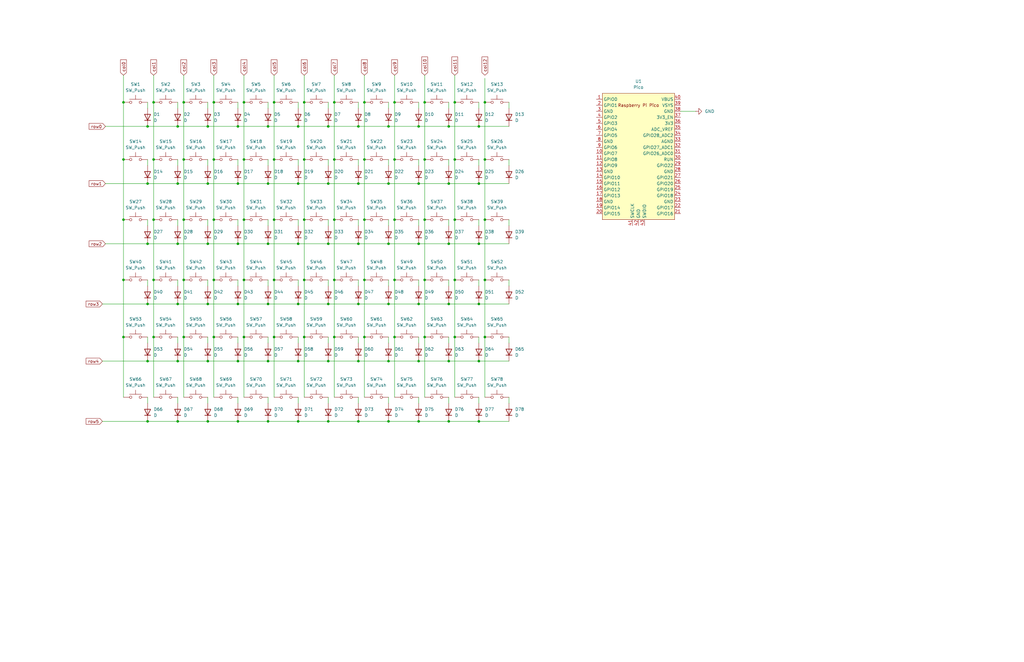
<source format=kicad_sch>
(kicad_sch (version 20231120) (generator "eeschema") (generator_version "8.0")
  (paper "B")
  (junction (at 204.47 67.31))
  (junction (at 77.47 142.24))
  (junction (at 201.93 177.8))
  (junction (at 138.43 177.8))
  (junction (at 189.23 77.47))
  (junction (at 100.33 77.47))
  (junction (at 74.93 152.4))
  (junction (at 90.17 67.31))
  (junction (at 62.23 128.27))
  (junction (at 191.77 142.24))
  (junction (at 176.53 152.4))
  (junction (at 179.07 67.31))
  (junction (at 138.43 128.27))
  (junction (at 153.67 142.24))
  (junction (at 151.13 128.27))
  (junction (at 166.37 92.71))
  (junction (at 87.63 77.47))
  (junction (at 204.47 43.18))
  (junction (at 87.63 152.4))
  (junction (at 138.43 102.87))
  (junction (at 128.27 118.11))
  (junction (at 62.23 152.4))
  (junction (at 113.03 102.87))
  (junction (at 189.23 102.87))
  (junction (at 113.03 53.34))
  (junction (at 153.67 43.18))
  (junction (at 128.27 67.31))
  (junction (at 100.33 102.87))
  (junction (at 115.57 67.31))
  (junction (at 64.77 142.24))
  (junction (at 74.93 53.34))
  (junction (at 125.73 128.27))
  (junction (at 74.93 77.47))
  (junction (at 151.13 177.8))
  (junction (at 189.23 152.4))
  (junction (at 62.23 53.34))
  (junction (at 52.07 43.18))
  (junction (at 115.57 92.71))
  (junction (at 176.53 53.34))
  (junction (at 115.57 142.24))
  (junction (at 189.23 177.8))
  (junction (at 151.13 53.34))
  (junction (at 163.83 53.34))
  (junction (at 62.23 77.47))
  (junction (at 74.93 177.8))
  (junction (at 125.73 77.47))
  (junction (at 201.93 128.27))
  (junction (at 179.07 142.24))
  (junction (at 128.27 142.24))
  (junction (at 52.07 67.31))
  (junction (at 125.73 53.34))
  (junction (at 100.33 152.4))
  (junction (at 153.67 67.31))
  (junction (at 153.67 92.71))
  (junction (at 191.77 118.11))
  (junction (at 87.63 128.27))
  (junction (at 191.77 43.18))
  (junction (at 113.03 128.27))
  (junction (at 176.53 102.87))
  (junction (at 77.47 43.18))
  (junction (at 151.13 102.87))
  (junction (at 90.17 118.11))
  (junction (at 138.43 152.4))
  (junction (at 166.37 142.24))
  (junction (at 77.47 92.71))
  (junction (at 100.33 128.27))
  (junction (at 52.07 92.71))
  (junction (at 153.67 118.11))
  (junction (at 125.73 152.4))
  (junction (at 102.87 118.11))
  (junction (at 102.87 92.71))
  (junction (at 151.13 77.47))
  (junction (at 87.63 177.8))
  (junction (at 64.77 118.11))
  (junction (at 87.63 53.34))
  (junction (at 166.37 43.18))
  (junction (at 140.97 118.11))
  (junction (at 176.53 128.27))
  (junction (at 90.17 92.71))
  (junction (at 64.77 92.71))
  (junction (at 140.97 92.71))
  (junction (at 138.43 77.47))
  (junction (at 166.37 67.31))
  (junction (at 100.33 53.34))
  (junction (at 140.97 43.18))
  (junction (at 201.93 152.4))
  (junction (at 201.93 53.34))
  (junction (at 64.77 43.18))
  (junction (at 128.27 43.18))
  (junction (at 128.27 92.71))
  (junction (at 100.33 177.8))
  (junction (at 113.03 77.47))
  (junction (at 52.07 118.11))
  (junction (at 163.83 152.4))
  (junction (at 163.83 102.87))
  (junction (at 87.63 102.87))
  (junction (at 90.17 43.18))
  (junction (at 204.47 118.11))
  (junction (at 140.97 67.31))
  (junction (at 62.23 177.8))
  (junction (at 74.93 102.87))
  (junction (at 138.43 53.34))
  (junction (at 102.87 43.18))
  (junction (at 201.93 102.87))
  (junction (at 163.83 177.8))
  (junction (at 74.93 128.27))
  (junction (at 191.77 92.71))
  (junction (at 201.93 77.47))
  (junction (at 176.53 77.47))
  (junction (at 151.13 152.4))
  (junction (at 179.07 118.11))
  (junction (at 102.87 67.31))
  (junction (at 140.97 142.24))
  (junction (at 77.47 118.11))
  (junction (at 62.23 102.87))
  (junction (at 64.77 67.31))
  (junction (at 166.37 118.11))
  (junction (at 179.07 92.71))
  (junction (at 102.87 142.24))
  (junction (at 163.83 128.27))
  (junction (at 204.47 142.24))
  (junction (at 52.07 142.24))
  (junction (at 204.47 92.71))
  (junction (at 125.73 177.8))
  (junction (at 77.47 67.31))
  (junction (at 113.03 152.4))
  (junction (at 115.57 118.11))
  (junction (at 179.07 43.18))
  (junction (at 176.53 177.8))
  (junction (at 191.77 67.31))
  (junction (at 115.57 43.18))
  (junction (at 90.17 142.24))
  (junction (at 163.83 77.47))
  (junction (at 125.73 102.87))
  (junction (at 189.23 53.34))
  (junction (at 113.03 177.8))
  (junction (at 189.23 128.27))
  (wire (pts (xy 191.77 142.24) (xy 191.77 167.64)))
  (wire (pts (xy 287.02 46.99) (xy 293.37 46.99)))
  (wire (pts (xy 138.43 167.64) (xy 138.43 170.18)))
  (wire (pts (xy 87.63 128.27) (xy 100.33 128.27)))
  (wire (pts (xy 115.57 31.75) (xy 115.57 43.18)))
  (wire (pts (xy 189.23 118.11) (xy 189.23 120.65)))
  (wire (pts (xy 163.83 43.18) (xy 163.83 45.72)))
  (wire (pts (xy 44.45 102.87) (xy 62.23 102.87)))
  (wire (pts (xy 102.87 67.31) (xy 102.87 92.71)))
  (wire (pts (xy 125.73 77.47) (xy 138.43 77.47)))
  (wire (pts (xy 191.77 31.75) (xy 191.77 43.18)))
  (wire (pts (xy 62.23 53.34) (xy 74.93 53.34)))
  (wire (pts (xy 125.73 92.71) (xy 125.73 95.25)))
  (wire (pts (xy 151.13 67.31) (xy 151.13 69.85)))
  (wire (pts (xy 138.43 142.24) (xy 138.43 144.78)))
  (wire (pts (xy 163.83 67.31) (xy 163.83 69.85)))
  (wire (pts (xy 113.03 167.64) (xy 113.03 170.18)))
  (wire (pts (xy 62.23 167.64) (xy 62.23 170.18)))
  (wire (pts (xy 163.83 77.47) (xy 176.53 77.47)))
  (wire (pts (xy 179.07 31.75) (xy 179.07 43.18)))
  (wire (pts (xy 90.17 43.18) (xy 90.17 67.31)))
  (wire (pts (xy 151.13 167.64) (xy 151.13 170.18)))
  (wire (pts (xy 125.73 118.11) (xy 125.73 120.65)))
  (wire (pts (xy 201.93 152.4) (xy 214.63 152.4)))
  (wire (pts (xy 52.07 31.75) (xy 52.07 43.18)))
  (wire (pts (xy 153.67 43.18) (xy 153.67 67.31)))
  (wire (pts (xy 201.93 67.31) (xy 201.93 69.85)))
  (wire (pts (xy 100.33 43.18) (xy 100.33 45.72)))
  (wire (pts (xy 87.63 167.64) (xy 87.63 170.18)))
  (wire (pts (xy 87.63 152.4) (xy 100.33 152.4)))
  (wire (pts (xy 189.23 152.4) (xy 201.93 152.4)))
  (wire (pts (xy 87.63 53.34) (xy 100.33 53.34)))
  (wire (pts (xy 74.93 152.4) (xy 87.63 152.4)))
  (wire (pts (xy 176.53 142.24) (xy 176.53 144.78)))
  (wire (pts (xy 176.53 167.64) (xy 176.53 170.18)))
  (wire (pts (xy 87.63 177.8) (xy 100.33 177.8)))
  (wire (pts (xy 189.23 167.64) (xy 189.23 170.18)))
  (wire (pts (xy 115.57 142.24) (xy 115.57 167.64)))
  (wire (pts (xy 138.43 53.34) (xy 151.13 53.34)))
  (wire (pts (xy 201.93 177.8) (xy 214.63 177.8)))
  (wire (pts (xy 113.03 128.27) (xy 125.73 128.27)))
  (wire (pts (xy 125.73 67.31) (xy 125.73 69.85)))
  (wire (pts (xy 74.93 128.27) (xy 87.63 128.27)))
  (wire (pts (xy 52.07 142.24) (xy 52.07 167.64)))
  (wire (pts (xy 74.93 92.71) (xy 74.93 95.25)))
  (wire (pts (xy 140.97 67.31) (xy 140.97 92.71)))
  (wire (pts (xy 43.18 128.27) (xy 62.23 128.27)))
  (wire (pts (xy 77.47 142.24) (xy 77.47 167.64)))
  (wire (pts (xy 189.23 177.8) (xy 201.93 177.8)))
  (wire (pts (xy 52.07 92.71) (xy 52.07 118.11)))
  (wire (pts (xy 201.93 142.24) (xy 201.93 144.78)))
  (wire (pts (xy 125.73 43.18) (xy 125.73 45.72)))
  (wire (pts (xy 113.03 77.47) (xy 125.73 77.47)))
  (wire (pts (xy 151.13 118.11) (xy 151.13 120.65)))
  (wire (pts (xy 100.33 152.4) (xy 113.03 152.4)))
  (wire (pts (xy 179.07 118.11) (xy 179.07 142.24)))
  (wire (pts (xy 138.43 152.4) (xy 151.13 152.4)))
  (wire (pts (xy 74.93 118.11) (xy 74.93 120.65)))
  (wire (pts (xy 100.33 92.71) (xy 100.33 95.25)))
  (wire (pts (xy 201.93 167.64) (xy 201.93 170.18)))
  (wire (pts (xy 90.17 92.71) (xy 90.17 118.11)))
  (wire (pts (xy 125.73 142.24) (xy 125.73 144.78)))
  (wire (pts (xy 214.63 67.31) (xy 214.63 69.85)))
  (wire (pts (xy 151.13 53.34) (xy 163.83 53.34)))
  (wire (pts (xy 62.23 118.11) (xy 62.23 120.65)))
  (wire (pts (xy 128.27 92.71) (xy 128.27 118.11)))
  (wire (pts (xy 166.37 92.71) (xy 166.37 118.11)))
  (wire (pts (xy 191.77 118.11) (xy 191.77 142.24)))
  (wire (pts (xy 62.23 128.27) (xy 74.93 128.27)))
  (wire (pts (xy 166.37 142.24) (xy 166.37 167.64)))
  (wire (pts (xy 74.93 177.8) (xy 87.63 177.8)))
  (wire (pts (xy 74.93 102.87) (xy 87.63 102.87)))
  (wire (pts (xy 113.03 177.8) (xy 125.73 177.8)))
  (wire (pts (xy 153.67 142.24) (xy 153.67 167.64)))
  (wire (pts (xy 163.83 167.64) (xy 163.83 170.18)))
  (wire (pts (xy 163.83 177.8) (xy 176.53 177.8)))
  (wire (pts (xy 90.17 118.11) (xy 90.17 142.24)))
  (wire (pts (xy 191.77 67.31) (xy 191.77 92.71)))
  (wire (pts (xy 102.87 92.71) (xy 102.87 118.11)))
  (wire (pts (xy 151.13 128.27) (xy 163.83 128.27)))
  (wire (pts (xy 128.27 67.31) (xy 128.27 92.71)))
  (wire (pts (xy 163.83 152.4) (xy 176.53 152.4)))
  (wire (pts (xy 204.47 43.18) (xy 204.47 67.31)))
  (wire (pts (xy 113.03 92.71) (xy 113.03 95.25)))
  (wire (pts (xy 140.97 142.24) (xy 140.97 167.64)))
  (wire (pts (xy 176.53 152.4) (xy 189.23 152.4)))
  (wire (pts (xy 125.73 177.8) (xy 138.43 177.8)))
  (wire (pts (xy 140.97 118.11) (xy 140.97 142.24)))
  (wire (pts (xy 64.77 67.31) (xy 64.77 92.71)))
  (wire (pts (xy 74.93 53.34) (xy 87.63 53.34)))
  (wire (pts (xy 64.77 31.75) (xy 64.77 43.18)))
  (wire (pts (xy 100.33 67.31) (xy 100.33 69.85)))
  (wire (pts (xy 62.23 92.71) (xy 62.23 95.25)))
  (wire (pts (xy 166.37 31.75) (xy 166.37 43.18)))
  (wire (pts (xy 151.13 142.24) (xy 151.13 144.78)))
  (wire (pts (xy 204.47 118.11) (xy 204.47 142.24)))
  (wire (pts (xy 62.23 177.8) (xy 74.93 177.8)))
  (wire (pts (xy 163.83 53.34) (xy 176.53 53.34)))
  (wire (pts (xy 176.53 177.8) (xy 189.23 177.8)))
  (wire (pts (xy 140.97 92.71) (xy 140.97 118.11)))
  (wire (pts (xy 125.73 152.4) (xy 138.43 152.4)))
  (wire (pts (xy 176.53 77.47) (xy 189.23 77.47)))
  (wire (pts (xy 113.03 102.87) (xy 125.73 102.87)))
  (wire (pts (xy 166.37 67.31) (xy 166.37 92.71)))
  (wire (pts (xy 77.47 118.11) (xy 77.47 142.24)))
  (wire (pts (xy 44.45 77.47) (xy 62.23 77.47)))
  (wire (pts (xy 128.27 142.24) (xy 128.27 167.64)))
  (wire (pts (xy 176.53 43.18) (xy 176.53 45.72)))
  (wire (pts (xy 43.18 177.8) (xy 62.23 177.8)))
  (wire (pts (xy 74.93 167.64) (xy 74.93 170.18)))
  (wire (pts (xy 62.23 152.4) (xy 74.93 152.4)))
  (wire (pts (xy 87.63 118.11) (xy 87.63 120.65)))
  (wire (pts (xy 64.77 92.71) (xy 64.77 118.11)))
  (wire (pts (xy 201.93 92.71) (xy 201.93 95.25)))
  (wire (pts (xy 201.93 77.47) (xy 214.63 77.47)))
  (wire (pts (xy 113.03 152.4) (xy 125.73 152.4)))
  (wire (pts (xy 163.83 102.87) (xy 176.53 102.87)))
  (wire (pts (xy 163.83 92.71) (xy 163.83 95.25)))
  (wire (pts (xy 179.07 43.18) (xy 179.07 67.31)))
  (wire (pts (xy 113.03 43.18) (xy 113.03 45.72)))
  (wire (pts (xy 52.07 118.11) (xy 52.07 142.24)))
  (wire (pts (xy 125.73 102.87) (xy 138.43 102.87)))
  (wire (pts (xy 100.33 128.27) (xy 113.03 128.27)))
  (wire (pts (xy 77.47 31.75) (xy 77.47 43.18)))
  (wire (pts (xy 151.13 102.87) (xy 163.83 102.87)))
  (wire (pts (xy 163.83 128.27) (xy 176.53 128.27)))
  (wire (pts (xy 191.77 92.71) (xy 191.77 118.11)))
  (wire (pts (xy 115.57 118.11) (xy 115.57 142.24)))
  (wire (pts (xy 176.53 92.71) (xy 176.53 95.25)))
  (wire (pts (xy 153.67 118.11) (xy 153.67 142.24)))
  (wire (pts (xy 138.43 67.31) (xy 138.43 69.85)))
  (wire (pts (xy 140.97 31.75) (xy 140.97 43.18)))
  (wire (pts (xy 201.93 43.18) (xy 201.93 45.72)))
  (wire (pts (xy 189.23 77.47) (xy 201.93 77.47)))
  (wire (pts (xy 166.37 43.18) (xy 166.37 67.31)))
  (wire (pts (xy 179.07 67.31) (xy 179.07 92.71)))
  (wire (pts (xy 62.23 67.31) (xy 62.23 69.85)))
  (wire (pts (xy 74.93 67.31) (xy 74.93 69.85)))
  (wire (pts (xy 189.23 67.31) (xy 189.23 69.85)))
  (wire (pts (xy 163.83 118.11) (xy 163.83 120.65)))
  (wire (pts (xy 204.47 67.31) (xy 204.47 92.71)))
  (wire (pts (xy 153.67 31.75) (xy 153.67 43.18)))
  (wire (pts (xy 138.43 128.27) (xy 151.13 128.27)))
  (wire (pts (xy 201.93 53.34) (xy 214.63 53.34)))
  (wire (pts (xy 189.23 92.71) (xy 189.23 95.25)))
  (wire (pts (xy 201.93 102.87) (xy 214.63 102.87)))
  (wire (pts (xy 44.45 53.34) (xy 62.23 53.34)))
  (wire (pts (xy 100.33 118.11) (xy 100.33 120.65)))
  (wire (pts (xy 125.73 128.27) (xy 138.43 128.27)))
  (wire (pts (xy 151.13 177.8) (xy 163.83 177.8)))
  (wire (pts (xy 214.63 92.71) (xy 214.63 95.25)))
  (wire (pts (xy 77.47 67.31) (xy 77.47 92.71)))
  (wire (pts (xy 204.47 142.24) (xy 204.47 167.64)))
  (wire (pts (xy 87.63 77.47) (xy 100.33 77.47)))
  (wire (pts (xy 62.23 43.18) (xy 62.23 45.72)))
  (wire (pts (xy 140.97 43.18) (xy 140.97 67.31)))
  (wire (pts (xy 100.33 167.64) (xy 100.33 170.18)))
  (wire (pts (xy 151.13 43.18) (xy 151.13 45.72)))
  (wire (pts (xy 102.87 118.11) (xy 102.87 142.24)))
  (wire (pts (xy 153.67 92.71) (xy 153.67 118.11)))
  (wire (pts (xy 113.03 67.31) (xy 113.03 69.85)))
  (wire (pts (xy 113.03 53.34) (xy 125.73 53.34)))
  (wire (pts (xy 176.53 67.31) (xy 176.53 69.85)))
  (wire (pts (xy 125.73 167.64) (xy 125.73 170.18)))
  (wire (pts (xy 179.07 92.71) (xy 179.07 118.11)))
  (wire (pts (xy 115.57 92.71) (xy 115.57 118.11)))
  (wire (pts (xy 64.77 142.24) (xy 64.77 167.64)))
  (wire (pts (xy 189.23 43.18) (xy 189.23 45.72)))
  (wire (pts (xy 87.63 67.31) (xy 87.63 69.85)))
  (wire (pts (xy 113.03 142.24) (xy 113.03 144.78)))
  (wire (pts (xy 151.13 152.4) (xy 163.83 152.4)))
  (wire (pts (xy 100.33 77.47) (xy 113.03 77.47)))
  (wire (pts (xy 128.27 118.11) (xy 128.27 142.24)))
  (wire (pts (xy 90.17 67.31) (xy 90.17 92.71)))
  (wire (pts (xy 102.87 142.24) (xy 102.87 167.64)))
  (wire (pts (xy 128.27 31.75) (xy 128.27 43.18)))
  (wire (pts (xy 138.43 177.8) (xy 151.13 177.8)))
  (wire (pts (xy 87.63 43.18) (xy 87.63 45.72)))
  (wire (pts (xy 204.47 33.02) (xy 204.47 43.18)))
  (wire (pts (xy 90.17 142.24) (xy 90.17 167.64)))
  (wire (pts (xy 191.77 43.18) (xy 191.77 67.31)))
  (wire (pts (xy 201.93 118.11) (xy 201.93 120.65)))
  (wire (pts (xy 102.87 31.75) (xy 102.87 43.18)))
  (wire (pts (xy 176.53 53.34) (xy 189.23 53.34)))
  (wire (pts (xy 87.63 102.87) (xy 100.33 102.87)))
  (wire (pts (xy 138.43 77.47) (xy 151.13 77.47)))
  (wire (pts (xy 153.67 67.31) (xy 153.67 92.71)))
  (wire (pts (xy 214.63 142.24) (xy 214.63 144.78)))
  (wire (pts (xy 74.93 43.18) (xy 74.93 45.72)))
  (wire (pts (xy 62.23 77.47) (xy 74.93 77.47)))
  (wire (pts (xy 87.63 142.24) (xy 87.63 144.78)))
  (wire (pts (xy 100.33 177.8) (xy 113.03 177.8)))
  (wire (pts (xy 62.23 142.24) (xy 62.23 144.78)))
  (wire (pts (xy 125.73 53.34) (xy 138.43 53.34)))
  (wire (pts (xy 189.23 102.87) (xy 201.93 102.87)))
  (wire (pts (xy 214.63 118.11) (xy 214.63 120.65)))
  (wire (pts (xy 100.33 102.87) (xy 113.03 102.87)))
  (wire (pts (xy 62.23 102.87) (xy 74.93 102.87)))
  (wire (pts (xy 100.33 53.34) (xy 113.03 53.34)))
  (wire (pts (xy 138.43 102.87) (xy 151.13 102.87)))
  (wire (pts (xy 74.93 142.24) (xy 74.93 144.78)))
  (wire (pts (xy 201.93 128.27) (xy 214.63 128.27)))
  (wire (pts (xy 176.53 102.87) (xy 189.23 102.87)))
  (wire (pts (xy 138.43 118.11) (xy 138.43 120.65)))
  (wire (pts (xy 100.33 142.24) (xy 100.33 144.78)))
  (wire (pts (xy 52.07 67.31) (xy 52.07 92.71)))
  (wire (pts (xy 138.43 43.18) (xy 138.43 45.72)))
  (wire (pts (xy 166.37 118.11) (xy 166.37 142.24)))
  (wire (pts (xy 151.13 77.47) (xy 163.83 77.47)))
  (wire (pts (xy 64.77 43.18) (xy 64.77 67.31)))
  (wire (pts (xy 128.27 43.18) (xy 128.27 67.31)))
  (wire (pts (xy 189.23 128.27) (xy 201.93 128.27)))
  (wire (pts (xy 43.18 152.4) (xy 62.23 152.4)))
  (wire (pts (xy 115.57 67.31) (xy 115.57 92.71)))
  (wire (pts (xy 176.53 118.11) (xy 176.53 120.65)))
  (wire (pts (xy 179.07 142.24) (xy 179.07 167.64)))
  (wire (pts (xy 87.63 92.71) (xy 87.63 95.25)))
  (wire (pts (xy 176.53 128.27) (xy 189.23 128.27)))
  (wire (pts (xy 189.23 53.34) (xy 201.93 53.34)))
  (wire (pts (xy 138.43 92.71) (xy 138.43 95.25)))
  (wire (pts (xy 52.07 43.18) (xy 52.07 67.31)))
  (wire (pts (xy 74.93 77.47) (xy 87.63 77.47)))
  (wire (pts (xy 102.87 43.18) (xy 102.87 67.31)))
  (wire (pts (xy 214.63 43.18) (xy 214.63 45.72)))
  (wire (pts (xy 163.83 142.24) (xy 163.83 144.78)))
  (wire (pts (xy 64.77 118.11) (xy 64.77 142.24)))
  (wire (pts (xy 151.13 92.71) (xy 151.13 95.25)))
  (wire (pts (xy 77.47 92.71) (xy 77.47 118.11)))
  (wire (pts (xy 189.23 142.24) (xy 189.23 144.78)))
  (wire (pts (xy 214.63 167.64) (xy 214.63 170.18)))
  (wire (pts (xy 115.57 43.18) (xy 115.57 67.31)))
  (wire (pts (xy 113.03 118.11) (xy 113.03 120.65)))
  (wire (pts (xy 90.17 31.75) (xy 90.17 43.18)))
  (wire (pts (xy 204.47 92.71) (xy 204.47 118.11)))
  (wire (pts (xy 77.47 43.18) (xy 77.47 67.31)))
  (global_label "col8" (shape input) (at 153.67 31.75 90) (property "Intersheetrefs" "${INTERSHEET_REFS}" (effects (hide yes))))
  (global_label "col11" (shape input) (at 191.77 31.75 90) (property "Intersheetrefs" "${INTERSHEET_REFS}" (effects (hide yes))))
  (global_label "row0" (shape input) (at 44.45 53.34 180) (property "Intersheetrefs" "${INTERSHEET_REFS}" (effects (hide yes))))
  (global_label "col10" (shape input) (at 179.07 31.75 90) (property "Intersheetrefs" "${INTERSHEET_REFS}" (effects (hide yes))))
  (global_label "col12" (shape input) (at 204.47 31.75 90) (property "Intersheetrefs" "${INTERSHEET_REFS}" (effects (hide yes))))
  (global_label "col9" (shape input) (at 166.37 31.75 90) (property "Intersheetrefs" "${INTERSHEET_REFS}" (effects (hide yes))))
  (global_label "row4" (shape input) (at 43.18 152.4 180) (property "Intersheetrefs" "${INTERSHEET_REFS}" (effects (hide yes))))
  (global_label "row2" (shape input) (at 44.45 102.87 180) (property "Intersheetrefs" "${INTERSHEET_REFS}" (effects (hide yes))))
  (global_label "col1" (shape input) (at 64.77 31.75 90) (property "Intersheetrefs" "${INTERSHEET_REFS}" (effects (hide yes))))
  (global_label "col6" (shape input) (at 128.27 31.75 90) (property "Intersheetrefs" "${INTERSHEET_REFS}" (effects (hide yes))))
  (global_label "row5" (shape input) (at 43.18 177.8 180) (property "Intersheetrefs" "${INTERSHEET_REFS}" (effects (hide yes))))
  (global_label "col3" (shape input) (at 90.17 31.75 90) (property "Intersheetrefs" "${INTERSHEET_REFS}" (effects (hide yes))))
  (global_label "col5" (shape input) (at 115.57 31.75 90) (property "Intersheetrefs" "${INTERSHEET_REFS}" (effects (hide yes))))
  (global_label "col4" (shape input) (at 102.87 31.75 90) (property "Intersheetrefs" "${INTERSHEET_REFS}" (effects (hide yes))))
  (global_label "col7" (shape input) (at 140.97 31.75 90) (property "Intersheetrefs" "${INTERSHEET_REFS}" (effects (hide yes))))
  (global_label "col2" (shape input) (at 77.47 31.75 90) (property "Intersheetrefs" "${INTERSHEET_REFS}" (effects (hide yes))))
  (global_label "col0" (shape input) (at 52.07 31.75 90) (property "Intersheetrefs" "${INTERSHEET_REFS}" (effects (hide yes))))
  (global_label "row3" (shape input) (at 43.18 128.27 180) (property "Intersheetrefs" "${INTERSHEET_REFS}" (effects (hide yes))))
  (global_label "row1" (shape input) (at 44.45 77.47 180) (property "Intersheetrefs" "${INTERSHEET_REFS}" (effects (hide yes))))
  (symbol (lib_id "Switch:SW_Push") (at 146.05 118.11 0) (unit 1)
    (property "Reference" "SW47" (at 146.05 110.49 0))
    (property "Value" "SW_Push" (at 146.05 113.03 0))
    (property "Description" "Push button switch, generic, two pins" (effects (hide yes)))
  )
  (symbol (lib_id "Device:D") (at 113.03 148.59 90) (unit 1)
    (property "Reference" "D57" (at 115.57 147.3199 90) (effects (justify right)))
    (property "Value" "D" (at 115.57 149.8599 90) (effects (justify right)))
    (property "Description" "Diode" (effects (hide yes)))
    (property "Sim.Device" "D" (effects (hide yes)))
    (property "Sim.Pins" "1=K 2=A" (effects (hide yes)))
  )
  (symbol (lib_id "Switch:SW_Push") (at 133.35 118.11 0) (unit 1)
    (property "Reference" "SW46" (at 133.35 110.49 0))
    (property "Value" "SW_Push" (at 133.35 113.03 0))
    (property "Description" "Push button switch, generic, two pins" (effects (hide yes)))
  )
  (symbol (lib_id "Switch:SW_Push") (at 171.45 118.11 0) (unit 1)
    (property "Reference" "SW49" (at 171.45 110.49 0))
    (property "Value" "SW_Push" (at 171.45 113.03 0))
    (property "Description" "Push button switch, generic, two pins" (effects (hide yes)))
  )
  (symbol (lib_id "Device:D") (at 100.33 124.46 90) (unit 1)
    (property "Reference" "D43" (at 102.87 123.1899 90) (effects (justify right)))
    (property "Value" "D" (at 102.87 125.7299 90) (effects (justify right)))
    (property "Description" "Diode" (effects (hide yes)))
    (property "Sim.Device" "D" (effects (hide yes)))
    (property "Sim.Pins" "1=K 2=A" (effects (hide yes)))
  )
  (symbol (lib_id "Device:D") (at 201.93 73.66 90) (unit 1)
    (property "Reference" "D25" (at 204.47 72.3899 90) (effects (justify right)))
    (property "Value" "D" (at 204.47 74.9299 90) (effects (justify right)))
    (property "Description" "Diode" (effects (hide yes)))
    (property "Sim.Device" "D" (effects (hide yes)))
    (property "Sim.Pins" "1=K 2=A" (effects (hide yes)))
  )
  (symbol (lib_id "MCU_RaspberryPi_and_Boards:Pico") (at 269.24 66.04 0) (unit 1)
    (property "Reference" "U1" (at 269.24 34.29 0))
    (property "Value" "Pico" (at 269.24 36.83 0))
    (property "Footprint" "Module:RaspberryPi_Pico_Common_THT" (effects (hide yes)))
  )
  (symbol (lib_id "Switch:SW_Push") (at 196.85 43.18 0) (unit 1)
    (property "Reference" "SW12" (at 196.85 35.56 0))
    (property "Value" "SW_Push" (at 196.85 38.1 0))
    (property "Description" "Push button switch, generic, two pins" (effects (hide yes)))
  )
  (symbol (lib_id "Device:D") (at 214.63 99.06 90) (unit 1)
    (property "Reference" "D39" (at 217.17 97.7899 90) (effects (justify right)))
    (property "Value" "D" (at 217.17 100.3299 90) (effects (justify right)))
    (property "Description" "Diode" (effects (hide yes)))
    (property "Sim.Device" "D" (effects (hide yes)))
    (property "Sim.Pins" "1=K 2=A" (effects (hide yes)))
  )
  (symbol (lib_id "Switch:SW_Push") (at 95.25 43.18 0) (unit 1)
    (property "Reference" "SW4" (at 95.25 35.56 0))
    (property "Value" "SW_Push" (at 95.25 38.1 0))
    (property "Description" "Push button switch, generic, two pins" (effects (hide yes)))
  )
  (symbol (lib_id "Switch:SW_Push") (at 95.25 67.31 0) (unit 1)
    (property "Reference" "SW17" (at 95.25 59.69 0))
    (property "Value" "SW_Push" (at 95.25 62.23 0))
    (property "Description" "Push button switch, generic, two pins" (effects (hide yes)))
  )
  (symbol (lib_id "Switch:SW_Push") (at 120.65 67.31 0) (unit 1)
    (property "Reference" "SW19" (at 120.65 59.69 0))
    (property "Value" "SW_Push" (at 120.65 62.23 0))
    (property "Description" "Push button switch, generic, two pins" (effects (hide yes)))
  )
  (symbol (lib_id "Device:D") (at 113.03 124.46 90) (unit 1)
    (property "Reference" "D44" (at 115.57 123.1899 90) (effects (justify right)))
    (property "Value" "D" (at 115.57 125.7299 90) (effects (justify right)))
    (property "Description" "Diode" (effects (hide yes)))
    (property "Sim.Device" "D" (effects (hide yes)))
    (property "Sim.Pins" "1=K 2=A" (effects (hide yes)))
  )
  (symbol (lib_id "Device:D") (at 151.13 148.59 90) (unit 1)
    (property "Reference" "D60" (at 153.67 147.3199 90) (effects (justify right)))
    (property "Value" "D" (at 153.67 149.8599 90) (effects (justify right)))
    (property "Description" "Diode" (effects (hide yes)))
    (property "Sim.Device" "D" (effects (hide yes)))
    (property "Sim.Pins" "1=K 2=A" (effects (hide yes)))
  )
  (symbol (lib_id "Device:D") (at 214.63 124.46 90) (unit 1)
    (property "Reference" "D52" (at 217.17 123.1899 90) (effects (justify right)))
    (property "Value" "D" (at 217.17 125.7299 90) (effects (justify right)))
    (property "Description" "Diode" (effects (hide yes)))
    (property "Sim.Device" "D" (effects (hide yes)))
    (property "Sim.Pins" "1=K 2=A" (effects (hide yes)))
  )
  (symbol (lib_id "Device:D") (at 74.93 49.53 90) (unit 1)
    (property "Reference" "D2" (at 77.47 48.2599 90) (effects (justify right)))
    (property "Value" "D" (at 77.47 50.7999 90) (effects (justify right)))
    (property "Description" "Diode" (effects (hide yes)))
    (property "Sim.Device" "D" (effects (hide yes)))
    (property "Sim.Pins" "1=K 2=A" (effects (hide yes)))
  )
  (symbol (lib_id "Switch:SW_Push") (at 133.35 43.18 0) (unit 1)
    (property "Reference" "SW7" (at 133.35 35.56 0))
    (property "Value" "SW_Push" (at 133.35 38.1 0))
    (property "Description" "Push button switch, generic, two pins" (effects (hide yes)))
  )
  (symbol (lib_id "Switch:SW_Push") (at 171.45 142.24 0) (unit 1)
    (property "Reference" "SW62" (at 171.45 134.62 0))
    (property "Value" "SW_Push" (at 171.45 137.16 0))
    (property "Description" "Push button switch, generic, two pins" (effects (hide yes)))
  )
  (symbol (lib_id "Device:D") (at 125.73 49.53 90) (unit 1)
    (property "Reference" "D6" (at 128.27 48.2599 90) (effects (justify right)))
    (property "Value" "D" (at 128.27 50.7999 90) (effects (justify right)))
    (property "Description" "Diode" (effects (hide yes)))
    (property "Sim.Device" "D" (effects (hide yes)))
    (property "Sim.Pins" "1=K 2=A" (effects (hide yes)))
  )
  (symbol (lib_id "Switch:SW_Push") (at 184.15 92.71 0) (unit 1)
    (property "Reference" "SW37" (at 184.15 85.09 0))
    (property "Value" "SW_Push" (at 184.15 87.63 0))
    (property "Description" "Push button switch, generic, two pins" (effects (hide yes)))
  )
  (symbol (lib_id "Switch:SW_Push") (at 107.95 118.11 0) (unit 1)
    (property "Reference" "SW44" (at 107.95 110.49 0))
    (property "Value" "SW_Push" (at 107.95 113.03 0))
    (property "Description" "Push button switch, generic, two pins" (effects (hide yes)))
  )
  (symbol (lib_id "Device:D") (at 74.93 73.66 90) (unit 1)
    (property "Reference" "D15" (at 77.47 72.3899 90) (effects (justify right)))
    (property "Value" "D" (at 77.47 74.9299 90) (effects (justify right)))
    (property "Description" "Diode" (effects (hide yes)))
    (property "Sim.Device" "D" (effects (hide yes)))
    (property "Sim.Pins" "1=K 2=A" (effects (hide yes)))
  )
  (symbol (lib_id "Switch:SW_Push") (at 57.15 167.64 0) (unit 1)
    (property "Reference" "SW66" (at 57.15 160.02 0))
    (property "Value" "SW_Push" (at 57.15 162.56 0))
    (property "Description" "Push button switch, generic, two pins" (effects (hide yes)))
  )
  (symbol (lib_id "Switch:SW_Push") (at 209.55 92.71 0) (unit 1)
    (property "Reference" "SW39" (at 209.55 85.09 0))
    (property "Value" "SW_Push" (at 209.55 87.63 0))
    (property "Description" "Push button switch, generic, two pins" (effects (hide yes)))
  )
  (symbol (lib_id "Device:D") (at 189.23 124.46 90) (unit 1)
    (property "Reference" "D50" (at 191.77 123.1899 90) (effects (justify right)))
    (property "Value" "D" (at 191.77 125.7299 90) (effects (justify right)))
    (property "Description" "Diode" (effects (hide yes)))
    (property "Sim.Device" "D" (effects (hide yes)))
    (property "Sim.Pins" "1=K 2=A" (effects (hide yes)))
  )
  (symbol (lib_id "Device:D") (at 100.33 99.06 90) (unit 1)
    (property "Reference" "D30" (at 102.87 97.7899 90) (effects (justify right)))
    (property "Value" "D" (at 102.87 100.3299 90) (effects (justify right)))
    (property "Description" "Diode" (effects (hide yes)))
    (property "Sim.Device" "D" (effects (hide yes)))
    (property "Sim.Pins" "1=K 2=A" (effects (hide yes)))
  )
  (symbol (lib_id "Switch:SW_Push") (at 158.75 142.24 0) (unit 1)
    (property "Reference" "SW61" (at 158.75 134.62 0))
    (property "Value" "SW_Push" (at 158.75 137.16 0))
    (property "Description" "Push button switch, generic, two pins" (effects (hide yes)))
  )
  (symbol (lib_id "Switch:SW_Push") (at 82.55 67.31 0) (unit 1)
    (property "Reference" "SW16" (at 82.55 59.69 0))
    (property "Value" "SW_Push" (at 82.55 62.23 0))
    (property "Description" "Push button switch, generic, two pins" (effects (hide yes)))
  )
  (symbol (lib_id "Switch:SW_Push") (at 107.95 43.18 0) (unit 1)
    (property "Reference" "SW5" (at 107.95 35.56 0))
    (property "Value" "SW_Push" (at 107.95 38.1 0))
    (property "Description" "Push button switch, generic, two pins" (effects (hide yes)))
  )
  (symbol (lib_id "Device:D") (at 125.73 173.99 90) (unit 1)
    (property "Reference" "D71" (at 128.27 172.7199 90) (effects (justify right)))
    (property "Value" "D" (at 128.27 175.2599 90) (effects (justify right)))
    (property "Description" "Diode" (effects (hide yes)))
    (property "Sim.Device" "D" (effects (hide yes)))
    (property "Sim.Pins" "1=K 2=A" (effects (hide yes)))
  )
  (symbol (lib_id "Device:D") (at 62.23 99.06 90) (unit 1)
    (property "Reference" "D27" (at 64.77 97.7899 90) (effects (justify right)))
    (property "Value" "D" (at 64.77 100.3299 90) (effects (justify right)))
    (property "Description" "Diode" (effects (hide yes)))
    (property "Sim.Device" "D" (effects (hide yes)))
    (property "Sim.Pins" "1=K 2=A" (effects (hide yes)))
  )
  (symbol (lib_id "Switch:SW_Push") (at 107.95 92.71 0) (unit 1)
    (property "Reference" "SW31" (at 107.95 85.09 0))
    (property "Value" "SW_Push" (at 107.95 87.63 0))
    (property "Description" "Push button switch, generic, two pins" (effects (hide yes)))
  )
  (symbol (lib_id "Switch:SW_Push") (at 95.25 142.24 0) (unit 1)
    (property "Reference" "SW56" (at 95.25 134.62 0))
    (property "Value" "SW_Push" (at 95.25 137.16 0))
    (property "Description" "Push button switch, generic, two pins" (effects (hide yes)))
  )
  (symbol (lib_id "Device:D") (at 214.63 49.53 90) (unit 1)
    (property "Reference" "D13" (at 217.17 48.2599 90) (effects (justify right)))
    (property "Value" "D" (at 217.17 50.7999 90) (effects (justify right)))
    (property "Description" "Diode" (effects (hide yes)))
    (property "Sim.Device" "D" (effects (hide yes)))
    (property "Sim.Pins" "1=K 2=A" (effects (hide yes)))
  )
  (symbol (lib_id "Device:D") (at 201.93 173.99 90) (unit 1)
    (property "Reference" "D77" (at 204.47 172.7199 90) (effects (justify right)))
    (property "Value" "D" (at 204.47 175.2599 90) (effects (justify right)))
    (property "Description" "Diode" (effects (hide yes)))
    (property "Sim.Device" "D" (effects (hide yes)))
    (property "Sim.Pins" "1=K 2=A" (effects (hide yes)))
  )
  (symbol (lib_id "Device:D") (at 113.03 99.06 90) (unit 1)
    (property "Reference" "D31" (at 115.57 97.7899 90) (effects (justify right)))
    (property "Value" "D" (at 115.57 100.3299 90) (effects (justify right)))
    (property "Description" "Diode" (effects (hide yes)))
    (property "Sim.Device" "D" (effects (hide yes)))
    (property "Sim.Pins" "1=K 2=A" (effects (hide yes)))
  )
  (symbol (lib_id "Device:D") (at 113.03 173.99 90) (unit 1)
    (property "Reference" "D70" (at 115.57 172.7199 90) (effects (justify right)))
    (property "Value" "D" (at 115.57 175.2599 90) (effects (justify right)))
    (property "Description" "Diode" (effects (hide yes)))
    (property "Sim.Device" "D" (effects (hide yes)))
    (property "Sim.Pins" "1=K 2=A" (effects (hide yes)))
  )
  (symbol (lib_id "Device:D") (at 201.93 124.46 90) (unit 1)
    (property "Reference" "D51" (at 204.47 123.1899 90) (effects (justify right)))
    (property "Value" "D" (at 204.47 125.7299 90) (effects (justify right)))
    (property "Description" "Diode" (effects (hide yes)))
    (property "Sim.Device" "D" (effects (hide yes)))
    (property "Sim.Pins" "1=K 2=A" (effects (hide yes)))
  )
  (symbol (lib_id "Device:D") (at 87.63 73.66 90) (unit 1)
    (property "Reference" "D16" (at 90.17 72.3899 90) (effects (justify right)))
    (property "Value" "D" (at 90.17 74.9299 90) (effects (justify right)))
    (property "Description" "Diode" (effects (hide yes)))
    (property "Sim.Device" "D" (effects (hide yes)))
    (property "Sim.Pins" "1=K 2=A" (effects (hide yes)))
  )
  (symbol (lib_id "Device:D") (at 62.23 148.59 90) (unit 1)
    (property "Reference" "D53" (at 64.77 147.3199 90) (effects (justify right)))
    (property "Value" "D" (at 64.77 149.8599 90) (effects (justify right)))
    (property "Description" "Diode" (effects (hide yes)))
    (property "Sim.Device" "D" (effects (hide yes)))
    (property "Sim.Pins" "1=K 2=A" (effects (hide yes)))
  )
  (symbol (lib_id "Device:D") (at 151.13 73.66 90) (unit 1)
    (property "Reference" "D21" (at 153.67 72.3899 90) (effects (justify right)))
    (property "Value" "D" (at 153.67 74.9299 90) (effects (justify right)))
    (property "Description" "Diode" (effects (hide yes)))
    (property "Sim.Device" "D" (effects (hide yes)))
    (property "Sim.Pins" "1=K 2=A" (effects (hide yes)))
  )
  (symbol (lib_id "Device:D") (at 201.93 49.53 90) (unit 1)
    (property "Reference" "D12" (at 204.47 48.2599 90) (effects (justify right)))
    (property "Value" "D" (at 204.47 50.7999 90) (effects (justify right)))
    (property "Description" "Diode" (effects (hide yes)))
    (property "Sim.Device" "D" (effects (hide yes)))
    (property "Sim.Pins" "1=K 2=A" (effects (hide yes)))
  )
  (symbol (lib_id "Device:D") (at 176.53 124.46 90) (unit 1)
    (property "Reference" "D49" (at 179.07 123.1899 90) (effects (justify right)))
    (property "Value" "D" (at 179.07 125.7299 90) (effects (justify right)))
    (property "Description" "Diode" (effects (hide yes)))
    (property "Sim.Device" "D" (effects (hide yes)))
    (property "Sim.Pins" "1=K 2=A" (effects (hide yes)))
  )
  (symbol (lib_id "Device:D") (at 163.83 49.53 90) (unit 1)
    (property "Reference" "D9" (at 166.37 48.2599 90) (effects (justify right)))
    (property "Value" "D" (at 166.37 50.7999 90) (effects (justify right)))
    (property "Description" "Diode" (effects (hide yes)))
    (property "Sim.Device" "D" (effects (hide yes)))
    (property "Sim.Pins" "1=K 2=A" (effects (hide yes)))
  )
  (symbol (lib_id "Switch:SW_Push") (at 120.65 118.11 0) (unit 1)
    (property "Reference" "SW45" (at 120.65 110.49 0))
    (property "Value" "SW_Push" (at 120.65 113.03 0))
    (property "Description" "Push button switch, generic, two pins" (effects (hide yes)))
  )
  (symbol (lib_id "Switch:SW_Push") (at 184.15 118.11 0) (unit 1)
    (property "Reference" "SW50" (at 184.15 110.49 0))
    (property "Value" "SW_Push" (at 184.15 113.03 0))
    (property "Description" "Push button switch, generic, two pins" (effects (hide yes)))
  )
  (symbol (lib_id "Device:D") (at 74.93 148.59 90) (unit 1)
    (property "Reference" "D54" (at 77.47 147.3199 90) (effects (justify right)))
    (property "Value" "D" (at 77.47 149.8599 90) (effects (justify right)))
    (property "Description" "Diode" (effects (hide yes)))
    (property "Sim.Device" "D" (effects (hide yes)))
    (property "Sim.Pins" "1=K 2=A" (effects (hide yes)))
  )
  (symbol (lib_id "Device:D") (at 138.43 124.46 90) (unit 1)
    (property "Reference" "D46" (at 140.97 123.1899 90) (effects (justify right)))
    (property "Value" "D" (at 140.97 125.7299 90) (effects (justify right)))
    (property "Description" "Diode" (effects (hide yes)))
    (property "Sim.Device" "D" (effects (hide yes)))
    (property "Sim.Pins" "1=K 2=A" (effects (hide yes)))
  )
  (symbol (lib_id "Device:D") (at 201.93 148.59 90) (unit 1)
    (property "Reference" "D64" (at 204.47 147.3199 90) (effects (justify right)))
    (property "Value" "D" (at 204.47 149.8599 90) (effects (justify right)))
    (property "Description" "Diode" (effects (hide yes)))
    (property "Sim.Device" "D" (effects (hide yes)))
    (property "Sim.Pins" "1=K 2=A" (effects (hide yes)))
  )
  (symbol (lib_id "Switch:SW_Push") (at 120.65 167.64 0) (unit 1)
    (property "Reference" "SW71" (at 120.65 160.02 0))
    (property "Value" "SW_Push" (at 120.65 162.56 0))
    (property "Description" "Push button switch, generic, two pins" (effects (hide yes)))
  )
  (symbol (lib_id "Switch:SW_Push") (at 196.85 67.31 0) (unit 1)
    (property "Reference" "SW25" (at 196.85 59.69 0))
    (property "Value" "SW_Push" (at 196.85 62.23 0))
    (property "Description" "Push button switch, generic, two pins" (effects (hide yes)))
  )
  (symbol (lib_id "Device:D") (at 176.53 99.06 90) (unit 1)
    (property "Reference" "D36" (at 179.07 97.7899 90) (effects (justify right)))
    (property "Value" "D" (at 179.07 100.3299 90) (effects (justify right)))
    (property "Description" "Diode" (effects (hide yes)))
    (property "Sim.Device" "D" (effects (hide yes)))
    (property "Sim.Pins" "1=K 2=A" (effects (hide yes)))
  )
  (symbol (lib_id "Switch:SW_Push") (at 82.55 142.24 0) (unit 1)
    (property "Reference" "SW55" (at 82.55 134.62 0))
    (property "Value" "SW_Push" (at 82.55 137.16 0))
    (property "Description" "Push button switch, generic, two pins" (effects (hide yes)))
  )
  (symbol (lib_id "Switch:SW_Push") (at 82.55 92.71 0) (unit 1)
    (property "Reference" "SW29" (at 82.55 85.09 0))
    (property "Value" "SW_Push" (at 82.55 87.63 0))
    (property "Description" "Push button switch, generic, two pins" (effects (hide yes)))
  )
  (symbol (lib_id "Device:D") (at 62.23 124.46 90) (unit 1)
    (property "Reference" "D40" (at 64.77 123.1899 90) (effects (justify right)))
    (property "Value" "D" (at 64.77 125.7299 90) (effects (justify right)))
    (property "Description" "Diode" (effects (hide yes)))
    (property "Sim.Device" "D" (effects (hide yes)))
    (property "Sim.Pins" "1=K 2=A" (effects (hide yes)))
  )
  (symbol (lib_id "Device:D") (at 74.93 124.46 90) (unit 1)
    (property "Reference" "D41" (at 77.47 123.1899 90) (effects (justify right)))
    (property "Value" "D" (at 77.47 125.7299 90) (effects (justify right)))
    (property "Description" "Diode" (effects (hide yes)))
    (property "Sim.Device" "D" (effects (hide yes)))
    (property "Sim.Pins" "1=K 2=A" (effects (hide yes)))
  )
  (symbol (lib_id "Device:D") (at 151.13 49.53 90) (unit 1)
    (property "Reference" "D8" (at 153.67 48.2599 90) (effects (justify right)))
    (property "Value" "D" (at 153.67 50.7999 90) (effects (justify right)))
    (property "Description" "Diode" (effects (hide yes)))
    (property "Sim.Device" "D" (effects (hide yes)))
    (property "Sim.Pins" "1=K 2=A" (effects (hide yes)))
  )
  (symbol (lib_id "Device:D") (at 100.33 148.59 90) (unit 1)
    (property "Reference" "D56" (at 102.87 147.3199 90) (effects (justify right)))
    (property "Value" "D" (at 102.87 149.8599 90) (effects (justify right)))
    (property "Description" "Diode" (effects (hide yes)))
    (property "Sim.Device" "D" (effects (hide yes)))
    (property "Sim.Pins" "1=K 2=A" (effects (hide yes)))
  )
  (symbol (lib_id "Device:D") (at 125.73 73.66 90) (unit 1)
    (property "Reference" "D19" (at 128.27 72.3899 90) (effects (justify right)))
    (property "Value" "D" (at 128.27 74.9299 90) (effects (justify right)))
    (property "Description" "Diode" (effects (hide yes)))
    (property "Sim.Device" "D" (effects (hide yes)))
    (property "Sim.Pins" "1=K 2=A" (effects (hide yes)))
  )
  (symbol (lib_id "Switch:SW_Push") (at 158.75 167.64 0) (unit 1)
    (property "Reference" "SW74" (at 158.75 160.02 0))
    (property "Value" "SW_Push" (at 158.75 162.56 0))
    (property "Description" "Push button switch, generic, two pins" (effects (hide yes)))
  )
  (symbol (lib_id "Switch:SW_Push") (at 209.55 167.64 0) (unit 1)
    (property "Reference" "SW78" (at 209.55 160.02 0))
    (property "Value" "SW_Push" (at 209.55 162.56 0))
    (property "Description" "Push button switch, generic, two pins" (effects (hide yes)))
  )
  (symbol (lib_id "Switch:SW_Push") (at 146.05 92.71 0) (unit 1)
    (property "Reference" "SW34" (at 146.05 85.09 0))
    (property "Value" "SW_Push" (at 146.05 87.63 0))
    (property "Description" "Push button switch, generic, two pins" (effects (hide yes)))
  )
  (symbol (lib_id "Switch:SW_Push") (at 209.55 43.18 0) (unit 1)
    (property "Reference" "SW13" (at 209.55 35.56 0))
    (property "Value" "SW_Push" (at 209.55 38.1 0))
    (property "Description" "Push button switch, generic, two pins" (effects (hide yes)))
  )
  (symbol (lib_id "Switch:SW_Push") (at 184.15 167.64 0) (unit 1)
    (property "Reference" "SW76" (at 184.15 160.02 0))
    (property "Value" "SW_Push" (at 184.15 162.56 0))
    (property "Description" "Push button switch, generic, two pins" (effects (hide yes)))
  )
  (symbol (lib_id "Switch:SW_Push") (at 196.85 118.11 0) (unit 1)
    (property "Reference" "SW51" (at 196.85 110.49 0))
    (property "Value" "SW_Push" (at 196.85 113.03 0))
    (property "Description" "Push button switch, generic, two pins" (effects (hide yes)))
  )
  (symbol (lib_id "Device:D") (at 151.13 173.99 90) (unit 1)
    (property "Reference" "D73" (at 153.67 172.7199 90) (effects (justify right)))
    (property "Value" "D" (at 153.67 175.2599 90) (effects (justify right)))
    (property "Description" "Diode" (effects (hide yes)))
    (property "Sim.Device" "D" (effects (hide yes)))
    (property "Sim.Pins" "1=K 2=A" (effects (hide yes)))
  )
  (symbol (lib_id "Device:D") (at 62.23 73.66 90) (unit 1)
    (property "Reference" "D14" (at 64.77 72.3899 90) (effects (justify right)))
    (property "Value" "D" (at 64.77 74.9299 90) (effects (justify right)))
    (property "Description" "Diode" (effects (hide yes)))
    (property "Sim.Device" "D" (effects (hide yes)))
    (property "Sim.Pins" "1=K 2=A" (effects (hide yes)))
  )
  (symbol (lib_id "Switch:SW_Push") (at 57.15 142.24 0) (unit 1)
    (property "Reference" "SW53" (at 57.15 134.62 0))
    (property "Value" "SW_Push" (at 57.15 137.16 0))
    (property "Description" "Push button switch, generic, two pins" (effects (hide yes)))
  )
  (symbol (lib_id "Switch:SW_Push") (at 95.25 167.64 0) (unit 1)
    (property "Reference" "SW69" (at 95.25 160.02 0))
    (property "Value" "SW_Push" (at 95.25 162.56 0))
    (property "Description" "Push button switch, generic, two pins" (effects (hide yes)))
  )
  (symbol (lib_id "Device:D") (at 163.83 148.59 90) (unit 1)
    (property "Reference" "D61" (at 166.37 147.3199 90) (effects (justify right)))
    (property "Value" "D" (at 166.37 149.8599 90) (effects (justify right)))
    (property "Description" "Diode" (effects (hide yes)))
    (property "Sim.Device" "D" (effects (hide yes)))
    (property "Sim.Pins" "1=K 2=A" (effects (hide yes)))
  )
  (symbol (lib_id "Device:D") (at 214.63 173.99 90) (unit 1)
    (property "Reference" "D78" (at 217.17 172.7199 90) (effects (justify right)))
    (property "Value" "D" (at 217.17 175.2599 90) (effects (justify right)))
    (property "Description" "Diode" (effects (hide yes)))
    (property "Sim.Device" "D" (effects (hide yes)))
    (property "Sim.Pins" "1=K 2=A" (effects (hide yes)))
  )
  (symbol (lib_id "Device:D") (at 214.63 148.59 90) (unit 1)
    (property "Reference" "D65" (at 217.17 147.3199 90) (effects (justify right)))
    (property "Value" "D" (at 217.17 149.8599 90) (effects (justify right)))
    (property "Description" "Diode" (effects (hide yes)))
    (property "Sim.Device" "D" (effects (hide yes)))
    (property "Sim.Pins" "1=K 2=A" (effects (hide yes)))
  )
  (symbol (lib_id "Switch:SW_Push") (at 82.55 167.64 0) (unit 1)
    (property "Reference" "SW68" (at 82.55 160.02 0))
    (property "Value" "SW_Push" (at 82.55 162.56 0))
    (property "Description" "Push button switch, generic, two pins" (effects (hide yes)))
  )
  (symbol (lib_id "Switch:SW_Push") (at 158.75 118.11 0) (unit 1)
    (property "Reference" "SW48" (at 158.75 110.49 0))
    (property "Value" "SW_Push" (at 158.75 113.03 0))
    (property "Description" "Push button switch, generic, two pins" (effects (hide yes)))
  )
  (symbol (lib_id "Switch:SW_Push") (at 146.05 167.64 0) (unit 1)
    (property "Reference" "SW73" (at 146.05 160.02 0))
    (property "Value" "SW_Push" (at 146.05 162.56 0))
    (property "Description" "Push button switch, generic, two pins" (effects (hide yes)))
  )
  (symbol (lib_id "Device:D") (at 62.23 49.53 90) (unit 1)
    (property "Reference" "D1" (at 64.77 48.2599 90) (effects (justify right)))
    (property "Value" "D" (at 64.77 50.7999 90) (effects (justify right)))
    (property "Description" "Diode" (effects (hide yes)))
    (property "Sim.Device" "D" (effects (hide yes)))
    (property "Sim.Pins" "1=K 2=A" (effects (hide yes)))
  )
  (symbol (lib_id "Device:D") (at 189.23 73.66 90) (unit 1)
    (property "Reference" "D24" (at 191.77 72.3899 90) (effects (justify right)))
    (property "Value" "D" (at 191.77 74.9299 90) (effects (justify right)))
    (property "Description" "Diode" (effects (hide yes)))
    (property "Sim.Device" "D" (effects (hide yes)))
    (property "Sim.Pins" "1=K 2=A" (effects (hide yes)))
  )
  (symbol (lib_id "power:GND") (at 293.37 46.99 90) (unit 1)
    (property "Reference" "#PWR01" (effects (hide yes)))
    (property "Value" "GND" (at 297.18 46.9899 90) (effects (justify right)))
    (property "Description" "Power symbol creates a global label with name \"GND\" , ground" (effects (hide yes)))
  )
  (symbol (lib_id "Switch:SW_Push") (at 133.35 67.31 0) (unit 1)
    (property "Reference" "SW20" (at 133.35 59.69 0))
    (property "Value" "SW_Push" (at 133.35 62.23 0))
    (property "Description" "Push button switch, generic, two pins" (effects (hide yes)))
  )
  (symbol (lib_id "Device:D") (at 201.93 99.06 90) (unit 1)
    (property "Reference" "D38" (at 204.47 97.7899 90) (effects (justify right)))
    (property "Value" "D" (at 204.47 100.3299 90) (effects (justify right)))
    (property "Description" "Diode" (effects (hide yes)))
    (property "Sim.Device" "D" (effects (hide yes)))
    (property "Sim.Pins" "1=K 2=A" (effects (hide yes)))
  )
  (symbol (lib_id "Switch:SW_Push") (at 209.55 142.24 0) (unit 1)
    (property "Reference" "SW65" (at 209.55 134.62 0))
    (property "Value" "SW_Push" (at 209.55 137.16 0))
    (property "Description" "Push button switch, generic, two pins" (effects (hide yes)))
  )
  (symbol (lib_id "Switch:SW_Push") (at 158.75 43.18 0) (unit 1)
    (property "Reference" "SW9" (at 158.75 35.56 0))
    (property "Value" "SW_Push" (at 158.75 38.1 0))
    (property "Description" "Push button switch, generic, two pins" (effects (hide yes)))
  )
  (symbol (lib_id "Device:D") (at 189.23 99.06 90) (unit 1)
    (property "Reference" "D37" (at 191.77 97.7899 90) (effects (justify right)))
    (property "Value" "D" (at 191.77 100.3299 90) (effects (justify right)))
    (property "Description" "Diode" (effects (hide yes)))
    (property "Sim.Device" "D" (effects (hide yes)))
    (property "Sim.Pins" "1=K 2=A" (effects (hide yes)))
  )
  (symbol (lib_id "Device:D") (at 138.43 99.06 90) (unit 1)
    (property "Reference" "D33" (at 140.97 97.7899 90) (effects (justify right)))
    (property "Value" "D" (at 140.97 100.3299 90) (effects (justify right)))
    (property "Description" "Diode" (effects (hide yes)))
    (property "Sim.Device" "D" (effects (hide yes)))
    (property "Sim.Pins" "1=K 2=A" (effects (hide yes)))
  )
  (symbol (lib_id "Device:D") (at 74.93 173.99 90) (unit 1)
    (property "Reference" "D67" (at 77.47 172.7199 90) (effects (justify right)))
    (property "Value" "D" (at 77.47 175.2599 90) (effects (justify right)))
    (property "Description" "Diode" (effects (hide yes)))
    (property "Sim.Device" "D" (effects (hide yes)))
    (property "Sim.Pins" "1=K 2=A" (effects (hide yes)))
  )
  (symbol (lib_id "Switch:SW_Push") (at 57.15 92.71 0) (unit 1)
    (property "Reference" "SW27" (at 57.15 85.09 0))
    (property "Value" "SW_Push" (at 57.15 87.63 0))
    (property "Description" "Push button switch, generic, two pins" (effects (hide yes)))
  )
  (symbol (lib_id "Device:D") (at 214.63 73.66 90) (unit 1)
    (property "Reference" "D26" (at 217.17 72.3899 90) (effects (justify right)))
    (property "Value" "D" (at 217.17 74.9299 90) (effects (justify right)))
    (property "Description" "Diode" (effects (hide yes)))
    (property "Sim.Device" "D" (effects (hide yes)))
    (property "Sim.Pins" "1=K 2=A" (effects (hide yes)))
  )
  (symbol (lib_id "Switch:SW_Push") (at 184.15 67.31 0) (unit 1)
    (property "Reference" "SW24" (at 184.15 59.69 0))
    (property "Value" "SW_Push" (at 184.15 62.23 0))
    (property "Description" "Push button switch, generic, two pins" (effects (hide yes)))
  )
  (symbol (lib_id "Device:D") (at 138.43 173.99 90) (unit 1)
    (property "Reference" "D72" (at 140.97 172.7199 90) (effects (justify right)))
    (property "Value" "D" (at 140.97 175.2599 90) (effects (justify right)))
    (property "Description" "Diode" (effects (hide yes)))
    (property "Sim.Device" "D" (effects (hide yes)))
    (property "Sim.Pins" "1=K 2=A" (effects (hide yes)))
  )
  (symbol (lib_id "Switch:SW_Push") (at 209.55 118.11 0) (unit 1)
    (property "Reference" "SW52" (at 209.55 110.49 0))
    (property "Value" "SW_Push" (at 209.55 113.03 0))
    (property "Description" "Push button switch, generic, two pins" (effects (hide yes)))
  )
  (symbol (lib_id "Device:D") (at 87.63 124.46 90) (unit 1)
    (property "Reference" "D42" (at 90.17 123.1899 90) (effects (justify right)))
    (property "Value" "D" (at 90.17 125.7299 90) (effects (justify right)))
    (property "Description" "Diode" (effects (hide yes)))
    (property "Sim.Device" "D" (effects (hide yes)))
    (property "Sim.Pins" "1=K 2=A" (effects (hide yes)))
  )
  (symbol (lib_id "Switch:SW_Push") (at 69.85 167.64 0) (unit 1)
    (property "Reference" "SW67" (at 69.85 160.02 0))
    (property "Value" "SW_Push" (at 69.85 162.56 0))
    (property "Description" "Push button switch, generic, two pins" (effects (hide yes)))
  )
  (symbol (lib_id "Device:D") (at 176.53 173.99 90) (unit 1)
    (property "Reference" "D75" (at 179.07 172.7199 90) (effects (justify right)))
    (property "Value" "D" (at 179.07 175.2599 90) (effects (justify right)))
    (property "Description" "Diode" (effects (hide yes)))
    (property "Sim.Device" "D" (effects (hide yes)))
    (property "Sim.Pins" "1=K 2=A" (effects (hide yes)))
  )
  (symbol (lib_id "Switch:SW_Push") (at 158.75 67.31 0) (unit 1)
    (property "Reference" "SW22" (at 158.75 59.69 0))
    (property "Value" "SW_Push" (at 158.75 62.23 0))
    (property "Description" "Push button switch, generic, two pins" (effects (hide yes)))
  )
  (symbol (lib_id "Device:D") (at 176.53 73.66 90) (unit 1)
    (property "Reference" "D23" (at 179.07 72.3899 90) (effects (justify right)))
    (property "Value" "D" (at 179.07 74.9299 90) (effects (justify right)))
    (property "Description" "Diode" (effects (hide yes)))
    (property "Sim.Device" "D" (effects (hide yes)))
    (property "Sim.Pins" "1=K 2=A" (effects (hide yes)))
  )
  (symbol (lib_id "Device:D") (at 113.03 49.53 90) (unit 1)
    (property "Reference" "D5" (at 115.57 48.2599 90) (effects (justify right)))
    (property "Value" "D" (at 115.57 50.7999 90) (effects (justify right)))
    (property "Description" "Diode" (effects (hide yes)))
    (property "Sim.Device" "D" (effects (hide yes)))
    (property "Sim.Pins" "1=K 2=A" (effects (hide yes)))
  )
  (symbol (lib_id "Switch:SW_Push") (at 171.45 67.31 0) (unit 1)
    (property "Reference" "SW23" (at 171.45 59.69 0))
    (property "Value" "SW_Push" (at 171.45 62.23 0))
    (property "Description" "Push button switch, generic, two pins" (effects (hide yes)))
  )
  (symbol (lib_id "Switch:SW_Push") (at 196.85 92.71 0) (unit 1)
    (property "Reference" "SW38" (at 196.85 85.09 0))
    (property "Value" "SW_Push" (at 196.85 87.63 0))
    (property "Description" "Push button switch, generic, two pins" (effects (hide yes)))
  )
  (symbol (lib_id "Device:D") (at 74.93 99.06 90) (unit 1)
    (property "Reference" "D28" (at 77.47 97.7899 90) (effects (justify right)))
    (property "Value" "D" (at 77.47 100.3299 90) (effects (justify right)))
    (property "Description" "Diode" (effects (hide yes)))
    (property "Sim.Device" "D" (effects (hide yes)))
    (property "Sim.Pins" "1=K 2=A" (effects (hide yes)))
  )
  (symbol (lib_id "Device:D") (at 62.23 173.99 90) (unit 1)
    (property "Reference" "D66" (at 64.77 172.7199 90) (effects (justify right)))
    (property "Value" "D" (at 64.77 175.2599 90) (effects (justify right)))
    (property "Description" "Diode" (effects (hide yes)))
    (property "Sim.Device" "D" (effects (hide yes)))
    (property "Sim.Pins" "1=K 2=A" (effects (hide yes)))
  )
  (symbol (lib_id "Device:D") (at 163.83 124.46 90) (unit 1)
    (property "Reference" "D48" (at 166.37 123.1899 90) (effects (justify right)))
    (property "Value" "D" (at 166.37 125.7299 90) (effects (justify right)))
    (property "Description" "Diode" (effects (hide yes)))
    (property "Sim.Device" "D" (effects (hide yes)))
    (property "Sim.Pins" "1=K 2=A" (effects (hide yes)))
  )
  (symbol (lib_id "Device:D") (at 138.43 73.66 90) (unit 1)
    (property "Reference" "D20" (at 140.97 72.3899 90) (effects (justify right)))
    (property "Value" "D" (at 140.97 74.9299 90) (effects (justify right)))
    (property "Description" "Diode" (effects (hide yes)))
    (property "Sim.Device" "D" (effects (hide yes)))
    (property "Sim.Pins" "1=K 2=A" (effects (hide yes)))
  )
  (symbol (lib_id "Device:D") (at 189.23 49.53 90) (unit 1)
    (property "Reference" "D11" (at 191.77 48.2599 90) (effects (justify right)))
    (property "Value" "D" (at 191.77 50.7999 90) (effects (justify right)))
    (property "Description" "Diode" (effects (hide yes)))
    (property "Sim.Device" "D" (effects (hide yes)))
    (property "Sim.Pins" "1=K 2=A" (effects (hide yes)))
  )
  (symbol (lib_id "Switch:SW_Push") (at 82.55 118.11 0) (unit 1)
    (property "Reference" "SW42" (at 82.55 110.49 0))
    (property "Value" "SW_Push" (at 82.55 113.03 0))
    (property "Description" "Push button switch, generic, two pins" (effects (hide yes)))
  )
  (symbol (lib_id "Device:D") (at 151.13 99.06 90) (unit 1)
    (property "Reference" "D34" (at 153.67 97.7899 90) (effects (justify right)))
    (property "Value" "D" (at 153.67 100.3299 90) (effects (justify right)))
    (property "Description" "Diode" (effects (hide yes)))
    (property "Sim.Device" "D" (effects (hide yes)))
    (property "Sim.Pins" "1=K 2=A" (effects (hide yes)))
  )
  (symbol (lib_id "Device:D") (at 100.33 73.66 90) (unit 1)
    (property "Reference" "D17" (at 102.87 72.3899 90) (effects (justify right)))
    (property "Value" "D" (at 102.87 74.9299 90) (effects (justify right)))
    (property "Description" "Diode" (effects (hide yes)))
    (property "Sim.Device" "D" (effects (hide yes)))
    (property "Sim.Pins" "1=K 2=A" (effects (hide yes)))
  )
  (symbol (lib_id "Device:D") (at 176.53 148.59 90) (unit 1)
    (property "Reference" "D62" (at 179.07 147.3199 90) (effects (justify right)))
    (property "Value" "D" (at 179.07 149.8599 90) (effects (justify right)))
    (property "Description" "Diode" (effects (hide yes)))
    (property "Sim.Device" "D" (effects (hide yes)))
    (property "Sim.Pins" "1=K 2=A" (effects (hide yes)))
  )
  (symbol (lib_id "Switch:SW_Push") (at 95.25 92.71 0) (unit 1)
    (property "Reference" "SW30" (at 95.25 85.09 0))
    (property "Value" "SW_Push" (at 95.25 87.63 0))
    (property "Description" "Push button switch, generic, two pins" (effects (hide yes)))
  )
  (symbol (lib_id "Switch:SW_Push") (at 57.15 43.18 0) (unit 1)
    (property "Reference" "SW1" (at 57.15 35.56 0))
    (property "Value" "SW_Push" (at 57.15 38.1 0))
    (property "Description" "Push button switch, generic, two pins" (effects (hide yes)))
  )
  (symbol (lib_id "Switch:SW_Push") (at 69.85 142.24 0) (unit 1)
    (property "Reference" "SW54" (at 69.85 134.62 0))
    (property "Value" "SW_Push" (at 69.85 137.16 0))
    (property "Description" "Push button switch, generic, two pins" (effects (hide yes)))
  )
  (symbol (lib_id "Switch:SW_Push") (at 171.45 43.18 0) (unit 1)
    (property "Reference" "SW10" (at 171.45 35.56 0))
    (property "Value" "SW_Push" (at 171.45 38.1 0))
    (property "Description" "Push button switch, generic, two pins" (effects (hide yes)))
  )
  (symbol (lib_id "Switch:SW_Push") (at 146.05 142.24 0) (unit 1)
    (property "Reference" "SW60" (at 146.05 134.62 0))
    (property "Value" "SW_Push" (at 146.05 137.16 0))
    (property "Description" "Push button switch, generic, two pins" (effects (hide yes)))
  )
  (symbol (lib_id "Switch:SW_Push") (at 133.35 142.24 0) (unit 1)
    (property "Reference" "SW59" (at 133.35 134.62 0))
    (property "Value" "SW_Push" (at 133.35 137.16 0))
    (property "Description" "Push button switch, generic, two pins" (effects (hide yes)))
  )
  (symbol (lib_id "Device:D") (at 87.63 173.99 90) (unit 1)
    (property "Reference" "D68" (at 90.17 172.7199 90) (effects (justify right)))
    (property "Value" "D" (at 90.17 175.2599 90) (effects (justify right)))
    (property "Description" "Diode" (effects (hide yes)))
    (property "Sim.Device" "D" (effects (hide yes)))
    (property "Sim.Pins" "1=K 2=A" (effects (hide yes)))
  )
  (symbol (lib_id "Switch:SW_Push") (at 107.95 67.31 0) (unit 1)
    (property "Reference" "SW18" (at 107.95 59.69 0))
    (property "Value" "SW_Push" (at 107.95 62.23 0))
    (property "Description" "Push button switch, generic, two pins" (effects (hide yes)))
  )
  (symbol (lib_id "Device:D") (at 125.73 124.46 90) (unit 1)
    (property "Reference" "D45" (at 128.27 123.1899 90) (effects (justify right)))
    (property "Value" "D" (at 128.27 125.7299 90) (effects (justify right)))
    (property "Description" "Diode" (effects (hide yes)))
    (property "Sim.Device" "D" (effects (hide yes)))
    (property "Sim.Pins" "1=K 2=A" (effects (hide yes)))
  )
  (symbol (lib_id "Device:D") (at 176.53 49.53 90) (unit 1)
    (property "Reference" "D10" (at 179.07 48.2599 90) (effects (justify right)))
    (property "Value" "D" (at 179.07 50.7999 90) (effects (justify right)))
    (property "Description" "Diode" (effects (hide yes)))
    (property "Sim.Device" "D" (effects (hide yes)))
    (property "Sim.Pins" "1=K 2=A" (effects (hide yes)))
  )
  (symbol (lib_id "Switch:SW_Push") (at 107.95 167.64 0) (unit 1)
    (property "Reference" "SW70" (at 107.95 160.02 0))
    (property "Value" "SW_Push" (at 107.95 162.56 0))
    (property "Description" "Push button switch, generic, two pins" (effects (hide yes)))
  )
  (symbol (lib_id "Switch:SW_Push") (at 171.45 92.71 0) (unit 1)
    (property "Reference" "SW36" (at 171.45 85.09 0))
    (property "Value" "SW_Push" (at 171.45 87.63 0))
    (property "Description" "Push button switch, generic, two pins" (effects (hide yes)))
  )
  (symbol (lib_id "Device:D") (at 163.83 173.99 90) (unit 1)
    (property "Reference" "D74" (at 166.37 172.7199 90) (effects (justify right)))
    (property "Value" "D" (at 166.37 175.2599 90) (effects (justify right)))
    (property "Description" "Diode" (effects (hide yes)))
    (property "Sim.Device" "D" (effects (hide yes)))
    (property "Sim.Pins" "1=K 2=A" (effects (hide yes)))
  )
  (symbol (lib_id "Device:D") (at 189.23 148.59 90) (unit 1)
    (property "Reference" "D63" (at 191.77 147.3199 90) (effects (justify right)))
    (property "Value" "D" (at 191.77 149.8599 90) (effects (justify right)))
    (property "Description" "Diode" (effects (hide yes)))
    (property "Sim.Device" "D" (effects (hide yes)))
    (property "Sim.Pins" "1=K 2=A" (effects (hide yes)))
  )
  (symbol (lib_id "Device:D") (at 138.43 49.53 90) (unit 1)
    (property "Reference" "D7" (at 140.97 48.2599 90) (effects (justify right)))
    (property "Value" "D" (at 140.97 50.7999 90) (effects (justify right)))
    (property "Description" "Diode" (effects (hide yes)))
    (property "Sim.Device" "D" (effects (hide yes)))
    (property "Sim.Pins" "1=K 2=A" (effects (hide yes)))
  )
  (symbol (lib_id "Switch:SW_Push") (at 133.35 167.64 0) (unit 1)
    (property "Reference" "SW72" (at 133.35 160.02 0))
    (property "Value" "SW_Push" (at 133.35 162.56 0))
    (property "Description" "Push button switch, generic, two pins" (effects (hide yes)))
  )
  (symbol (lib_id "Device:D") (at 163.83 73.66 90) (unit 1)
    (property "Reference" "D22" (at 166.37 72.3899 90) (effects (justify right)))
    (property "Value" "D" (at 166.37 74.9299 90) (effects (justify right)))
    (property "Description" "Diode" (effects (hide yes)))
    (property "Sim.Device" "D" (effects (hide yes)))
    (property "Sim.Pins" "1=K 2=A" (effects (hide yes)))
  )
  (symbol (lib_id "Switch:SW_Push") (at 209.55 67.31 0) (unit 1)
    (property "Reference" "SW26" (at 209.55 59.69 0))
    (property "Value" "SW_Push" (at 209.55 62.23 0))
    (property "Description" "Push button switch, generic, two pins" (effects (hide yes)))
  )
  (symbol (lib_id "Device:D") (at 189.23 173.99 90) (unit 1)
    (property "Reference" "D76" (at 191.77 172.7199 90) (effects (justify right)))
    (property "Value" "D" (at 191.77 175.2599 90) (effects (justify right)))
    (property "Description" "Diode" (effects (hide yes)))
    (property "Sim.Device" "D" (effects (hide yes)))
    (property "Sim.Pins" "1=K 2=A" (effects (hide yes)))
  )
  (symbol (lib_id "Switch:SW_Push") (at 69.85 118.11 0) (unit 1)
    (property "Reference" "SW41" (at 69.85 110.49 0))
    (property "Value" "SW_Push" (at 69.85 113.03 0))
    (property "Description" "Push button switch, generic, two pins" (effects (hide yes)))
  )
  (symbol (lib_id "Device:D") (at 151.13 124.46 90) (unit 1)
    (property "Reference" "D47" (at 153.67 123.1899 90) (effects (justify right)))
    (property "Value" "D" (at 153.67 125.7299 90) (effects (justify right)))
    (property "Description" "Diode" (effects (hide yes)))
    (property "Sim.Device" "D" (effects (hide yes)))
    (property "Sim.Pins" "1=K 2=A" (effects (hide yes)))
  )
  (symbol (lib_id "Switch:SW_Push") (at 95.25 118.11 0) (unit 1)
    (property "Reference" "SW43" (at 95.25 110.49 0))
    (property "Value" "SW_Push" (at 95.25 113.03 0))
    (property "Description" "Push button switch, generic, two pins" (effects (hide yes)))
  )
  (symbol (lib_id "Device:D") (at 87.63 49.53 90) (unit 1)
    (property "Reference" "D3" (at 90.17 48.2599 90) (effects (justify right)))
    (property "Value" "D" (at 90.17 50.7999 90) (effects (justify right)))
    (property "Description" "Diode" (effects (hide yes)))
    (property "Sim.Device" "D" (effects (hide yes)))
    (property "Sim.Pins" "1=K 2=A" (effects (hide yes)))
  )
  (symbol (lib_id "Device:D") (at 87.63 99.06 90) (unit 1)
    (property "Reference" "D29" (at 90.17 97.7899 90) (effects (justify right)))
    (property "Value" "D" (at 90.17 100.3299 90) (effects (justify right)))
    (property "Description" "Diode" (effects (hide yes)))
    (property "Sim.Device" "D" (effects (hide yes)))
    (property "Sim.Pins" "1=K 2=A" (effects (hide yes)))
  )
  (symbol (lib_id "Switch:SW_Push") (at 196.85 142.24 0) (unit 1)
    (property "Reference" "SW64" (at 196.85 134.62 0))
    (property "Value" "SW_Push" (at 196.85 137.16 0))
    (property "Description" "Push button switch, generic, two pins" (effects (hide yes)))
  )
  (symbol (lib_id "Switch:SW_Push") (at 69.85 43.18 0) (unit 1)
    (property "Reference" "SW2" (at 69.85 35.56 0))
    (property "Value" "SW_Push" (at 69.85 38.1 0))
    (property "Description" "Push button switch, generic, two pins" (effects (hide yes)))
  )
  (symbol (lib_id "Device:D") (at 138.43 148.59 90) (unit 1)
    (property "Reference" "D59" (at 140.97 147.3199 90) (effects (justify right)))
    (property "Value" "D" (at 140.97 149.8599 90) (effects (justify right)))
    (property "Description" "Diode" (effects (hide yes)))
    (property "Sim.Device" "D" (effects (hide yes)))
    (property "Sim.Pins" "1=K 2=A" (effects (hide yes)))
  )
  (symbol (lib_id "Switch:SW_Push") (at 196.85 167.64 0) (unit 1)
    (property "Reference" "SW77" (at 196.85 160.02 0))
    (property "Value" "SW_Push" (at 196.85 162.56 0))
    (property "Description" "Push button switch, generic, two pins" (effects (hide yes)))
  )
  (symbol (lib_id "Switch:SW_Push") (at 69.85 92.71 0) (unit 1)
    (property "Reference" "SW28" (at 69.85 85.09 0))
    (property "Value" "SW_Push" (at 69.85 87.63 0))
    (property "Description" "Push button switch, generic, two pins" (effects (hide yes)))
  )
  (symbol (lib_id "Device:D") (at 125.73 148.59 90) (unit 1)
    (property "Reference" "D58" (at 128.27 147.3199 90) (effects (justify right)))
    (property "Value" "D" (at 128.27 149.8599 90) (effects (justify right)))
    (property "Description" "Diode" (effects (hide yes)))
    (property "Sim.Device" "D" (effects (hide yes)))
    (property "Sim.Pins" "1=K 2=A" (effects (hide yes)))
  )
  (symbol (lib_id "Device:D") (at 125.73 99.06 90) (unit 1)
    (property "Reference" "D32" (at 128.27 97.7899 90) (effects (justify right)))
    (property "Value" "D" (at 128.27 100.3299 90) (effects (justify right)))
    (property "Description" "Diode" (effects (hide yes)))
    (property "Sim.Device" "D" (effects (hide yes)))
    (property "Sim.Pins" "1=K 2=A" (effects (hide yes)))
  )
  (symbol (lib_id "Switch:SW_Push") (at 133.35 92.71 0) (unit 1)
    (property "Reference" "SW33" (at 133.35 85.09 0))
    (property "Value" "SW_Push" (at 133.35 87.63 0))
    (property "Description" "Push button switch, generic, two pins" (effects (hide yes)))
  )
  (symbol (lib_id "Switch:SW_Push") (at 120.65 142.24 0) (unit 1)
    (property "Reference" "SW58" (at 120.65 134.62 0))
    (property "Value" "SW_Push" (at 120.65 137.16 0))
    (property "Description" "Push button switch, generic, two pins" (effects (hide yes)))
  )
  (symbol (lib_id "Switch:SW_Push") (at 146.05 43.18 0) (unit 1)
    (property "Reference" "SW8" (at 146.05 35.56 0))
    (property "Value" "SW_Push" (at 146.05 38.1 0))
    (property "Description" "Push button switch, generic, two pins" (effects (hide yes)))
  )
  (symbol (lib_id "Switch:SW_Push") (at 57.15 67.31 0) (unit 1)
    (property "Reference" "SW14" (at 57.15 59.69 0))
    (property "Value" "SW_Push" (at 57.15 62.23 0))
    (property "Description" "Push button switch, generic, two pins" (effects (hide yes)))
  )
  (symbol (lib_id "Device:D") (at 100.33 49.53 90) (unit 1)
    (property "Reference" "D4" (at 102.87 48.2599 90) (effects (justify right)))
    (property "Value" "D" (at 102.87 50.7999 90) (effects (justify right)))
    (property "Description" "Diode" (effects (hide yes)))
    (property "Sim.Device" "D" (effects (hide yes)))
    (property "Sim.Pins" "1=K 2=A" (effects (hide yes)))
  )
  (symbol (lib_id "Device:D") (at 100.33 173.99 90) (unit 1)
    (property "Reference" "D69" (at 102.87 172.7199 90) (effects (justify right)))
    (property "Value" "D" (at 102.87 175.2599 90) (effects (justify right)))
    (property "Description" "Diode" (effects (hide yes)))
    (property "Sim.Device" "D" (effects (hide yes)))
    (property "Sim.Pins" "1=K 2=A" (effects (hide yes)))
  )
  (symbol (lib_id "Switch:SW_Push") (at 120.65 43.18 0) (unit 1)
    (property "Reference" "SW6" (at 120.65 35.56 0))
    (property "Value" "SW_Push" (at 120.65 38.1 0))
    (property "Description" "Push button switch, generic, two pins" (effects (hide yes)))
  )
  (symbol (lib_id "Switch:SW_Push") (at 57.15 118.11 0) (unit 1)
    (property "Reference" "SW40" (at 57.15 110.49 0))
    (property "Value" "SW_Push" (at 57.15 113.03 0))
    (property "Description" "Push button switch, generic, two pins" (effects (hide yes)))
  )
  (symbol (lib_id "Switch:SW_Push") (at 82.55 43.18 0) (unit 1)
    (property "Reference" "SW3" (at 82.55 35.56 0))
    (property "Value" "SW_Push" (at 82.55 38.1 0))
    (property "Description" "Push button switch, generic, two pins" (effects (hide yes)))
  )
  (symbol (lib_id "Switch:SW_Push") (at 146.05 67.31 0) (unit 1)
    (property "Reference" "SW21" (at 146.05 59.69 0))
    (property "Value" "SW_Push" (at 146.05 62.23 0))
    (property "Description" "Push button switch, generic, two pins" (effects (hide yes)))
  )
  (symbol (lib_id "Switch:SW_Push") (at 184.15 43.18 0) (unit 1)
    (property "Reference" "SW11" (at 184.15 35.56 0))
    (property "Value" "SW_Push" (at 184.15 38.1 0))
    (property "Description" "Push button switch, generic, two pins" (effects (hide yes)))
  )
  (symbol (lib_id "Switch:SW_Push") (at 107.95 142.24 0) (unit 1)
    (property "Reference" "SW57" (at 107.95 134.62 0))
    (property "Value" "SW_Push" (at 107.95 137.16 0))
    (property "Description" "Push button switch, generic, two pins" (effects (hide yes)))
  )
  (symbol (lib_id "Switch:SW_Push") (at 171.45 167.64 0) (unit 1)
    (property "Reference" "SW75" (at 171.45 160.02 0))
    (property "Value" "SW_Push" (at 171.45 162.56 0))
    (property "Description" "Push button switch, generic, two pins" (effects (hide yes)))
  )
  (symbol (lib_id "Switch:SW_Push") (at 158.75 92.71 0) (unit 1)
    (property "Reference" "SW35" (at 158.75 85.09 0))
    (property "Value" "SW_Push" (at 158.75 87.63 0))
    (property "Description" "Push button switch, generic, two pins" (effects (hide yes)))
  )
  (symbol (lib_id "Switch:SW_Push") (at 184.15 142.24 0) (unit 1)
    (property "Reference" "SW63" (at 184.15 134.62 0))
    (property "Value" "SW_Push" (at 184.15 137.16 0))
    (property "Description" "Push button switch, generic, two pins" (effects (hide yes)))
  )
  (symbol (lib_id "Device:D") (at 87.63 148.59 90) (unit 1)
    (property "Reference" "D55" (at 90.17 147.3199 90) (effects (justify right)))
    (property "Value" "D" (at 90.17 149.8599 90) (effects (justify right)))
    (property "Description" "Diode" (effects (hide yes)))
    (property "Sim.Device" "D" (effects (hide yes)))
    (property "Sim.Pins" "1=K 2=A" (effects (hide yes)))
  )
  (symbol (lib_id "Switch:SW_Push") (at 120.65 92.71 0) (unit 1)
    (property "Reference" "SW32" (at 120.65 85.09 0))
    (property "Value" "SW_Push" (at 120.65 87.63 0))
    (property "Description" "Push button switch, generic, two pins" (effects (hide yes)))
  )
  (symbol (lib_id "Device:D") (at 163.83 99.06 90) (unit 1)
    (property "Reference" "D35" (at 166.37 97.7899 90) (effects (justify right)))
    (property "Value" "D" (at 166.37 100.3299 90) (effects (justify right)))
    (property "Description" "Diode" (effects (hide yes)))
    (property "Sim.Device" "D" (effects (hide yes)))
    (property "Sim.Pins" "1=K 2=A" (effects (hide yes)))
  )
  (symbol (lib_id "Device:D") (at 113.03 73.66 90) (unit 1)
    (property "Reference" "D18" (at 115.57 72.3899 90) (effects (justify right)))
    (property "Value" "D" (at 115.57 74.9299 90) (effects (justify right)))
    (property "Description" "Diode" (effects (hide yes)))
    (property "Sim.Device" "D" (effects (hide yes)))
    (property "Sim.Pins" "1=K 2=A" (effects (hide yes)))
  )
  (symbol (lib_id "Switch:SW_Push") (at 69.85 67.31 0) (unit 1)
    (property "Reference" "SW15" (at 69.85 59.69 0))
    (property "Value" "SW_Push" (at 69.85 62.23 0))
    (property "Description" "Push button switch, generic, two pins" (effects (hide yes)))
  )
)
</source>
